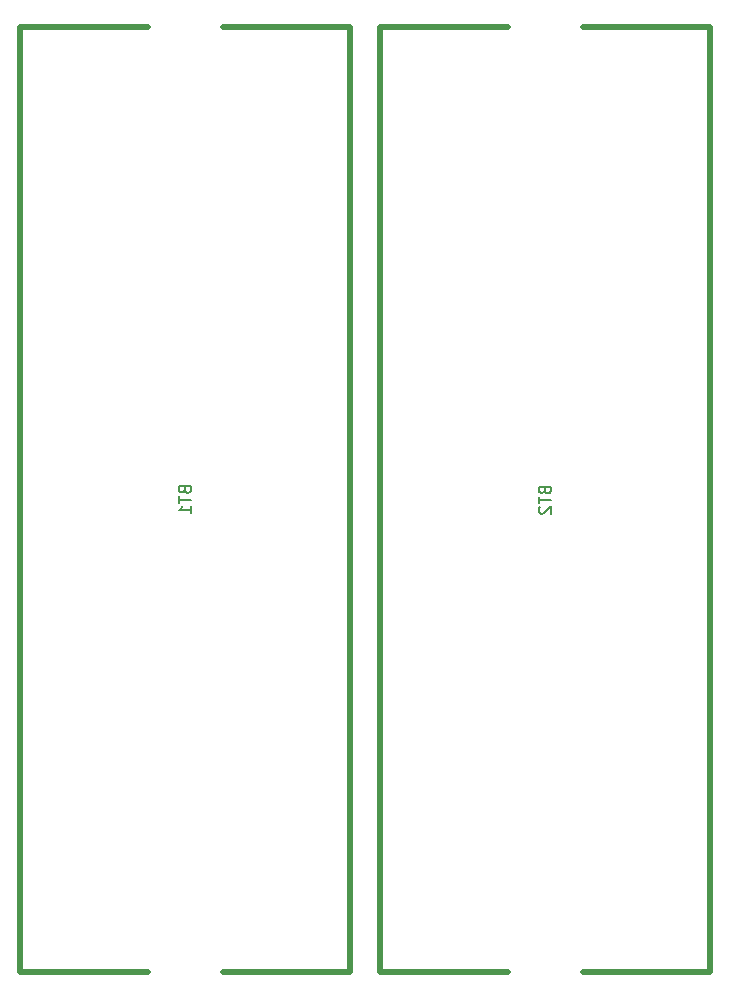
<source format=gbr>
%TF.GenerationSoftware,KiCad,Pcbnew,(6.0.2)*%
%TF.CreationDate,2022-03-25T20:37:14+00:00*%
%TF.ProjectId,controller,636f6e74-726f-46c6-9c65-722e6b696361,V1.2*%
%TF.SameCoordinates,Original*%
%TF.FileFunction,Legend,Bot*%
%TF.FilePolarity,Positive*%
%FSLAX46Y46*%
G04 Gerber Fmt 4.6, Leading zero omitted, Abs format (unit mm)*
G04 Created by KiCad (PCBNEW (6.0.2)) date 2022-03-25 20:37:14*
%MOMM*%
%LPD*%
G01*
G04 APERTURE LIST*
%ADD10C,0.150000*%
%ADD11C,0.500000*%
G04 APERTURE END LIST*
D10*
%TO.C,BT1*%
X139628571Y-102814285D02*
X139676190Y-102957142D01*
X139723809Y-103004761D01*
X139819047Y-103052380D01*
X139961904Y-103052380D01*
X140057142Y-103004761D01*
X140104761Y-102957142D01*
X140152380Y-102861904D01*
X140152380Y-102480952D01*
X139152380Y-102480952D01*
X139152380Y-102814285D01*
X139200000Y-102909523D01*
X139247619Y-102957142D01*
X139342857Y-103004761D01*
X139438095Y-103004761D01*
X139533333Y-102957142D01*
X139580952Y-102909523D01*
X139628571Y-102814285D01*
X139628571Y-102480952D01*
X139152380Y-103338095D02*
X139152380Y-103909523D01*
X140152380Y-103623809D02*
X139152380Y-103623809D01*
X140152380Y-104766666D02*
X140152380Y-104195238D01*
X140152380Y-104480952D02*
X139152380Y-104480952D01*
X139295238Y-104385714D01*
X139390476Y-104290476D01*
X139438095Y-104195238D01*
%TO.C,BT2*%
X170108571Y-102849285D02*
X170156190Y-102992142D01*
X170203809Y-103039761D01*
X170299047Y-103087380D01*
X170441904Y-103087380D01*
X170537142Y-103039761D01*
X170584761Y-102992142D01*
X170632380Y-102896904D01*
X170632380Y-102515952D01*
X169632380Y-102515952D01*
X169632380Y-102849285D01*
X169680000Y-102944523D01*
X169727619Y-102992142D01*
X169822857Y-103039761D01*
X169918095Y-103039761D01*
X170013333Y-102992142D01*
X170060952Y-102944523D01*
X170108571Y-102849285D01*
X170108571Y-102515952D01*
X169632380Y-103373095D02*
X169632380Y-103944523D01*
X170632380Y-103658809D02*
X169632380Y-103658809D01*
X169727619Y-104230238D02*
X169680000Y-104277857D01*
X169632380Y-104373095D01*
X169632380Y-104611190D01*
X169680000Y-104706428D01*
X169727619Y-104754047D01*
X169822857Y-104801666D01*
X169918095Y-104801666D01*
X170060952Y-104754047D01*
X170632380Y-104182619D01*
X170632380Y-104801666D01*
D11*
%TO.C,BT1*%
X125730000Y-63595000D02*
X125730000Y-143605000D01*
X142899398Y-143605000D02*
X153670000Y-143605000D01*
X153670000Y-63595000D02*
X153670000Y-143605000D01*
X142875000Y-63595000D02*
X153670000Y-63595000D01*
X125730000Y-143605000D02*
X136525000Y-143605000D01*
X125730000Y-63595000D02*
X136525000Y-63595000D01*
%TO.C,BT2*%
X156210000Y-63630000D02*
X156210000Y-143640000D01*
X173355000Y-63630000D02*
X184150000Y-63630000D01*
X184150000Y-63630000D02*
X184150000Y-143640000D01*
X156210000Y-143640000D02*
X167005000Y-143640000D01*
X173379398Y-143640000D02*
X184150000Y-143640000D01*
X156210000Y-63630000D02*
X167005000Y-63630000D01*
%TD*%
M02*

</source>
